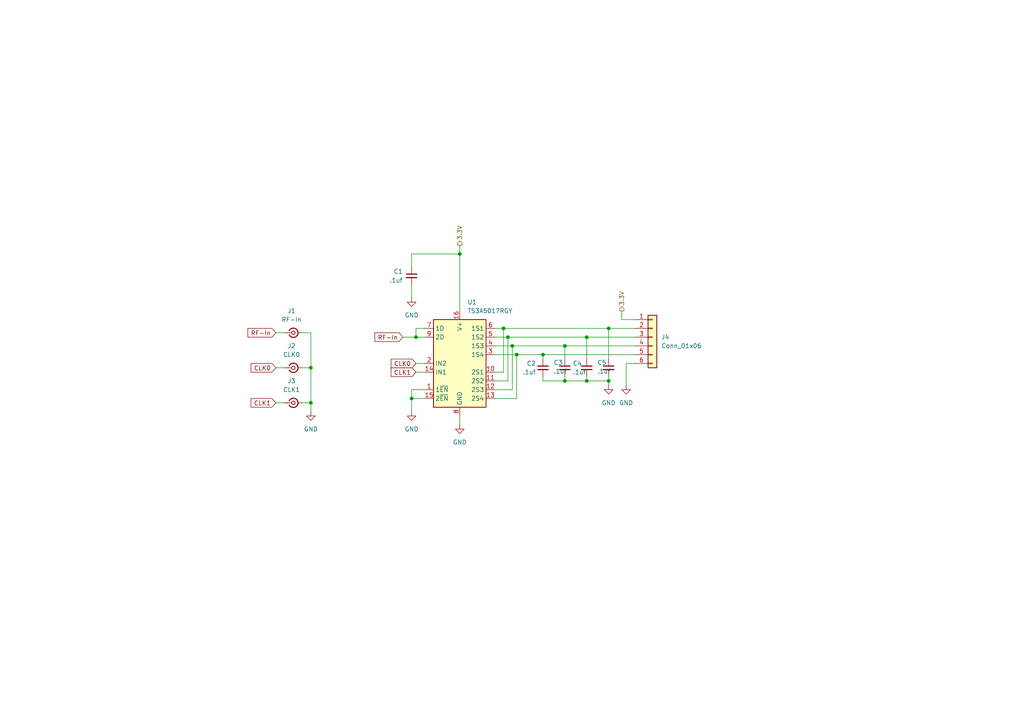
<source format=kicad_sch>
(kicad_sch (version 20231120) (generator "eeschema") (generator_version "8.0")
  (paper "A4")
  (lib_symbols
    (symbol "Analog_Switch:TS3A5017RGY"
      (property "Reference" "U" (at -6.35 13.97 0))
      (property "Value" "TS3A5017RGY" (at 7.62 -13.97 0))
      (symbol "TS3A5017RGY_0_1"
        (rectangle (start -7.62 12.7) (end 7.62 -12.7) (stroke (width 0.254)) (fill (type background)))
      )
      (symbol "TS3A5017RGY_1_1"
        (pin input line (at -10.16 -7.62 0) (length 2.54) (name "1~{EN}") (number "1"))
        (pin bidirectional line (at 10.16 -2.54 180) (length 2.54) (name "2S1") (number "10"))
        (pin bidirectional line (at 10.16 -5.08 180) (length 2.54) (name "2S2") (number "11"))
        (pin bidirectional line (at 10.16 -7.62 180) (length 2.54) (name "2S3") (number "12"))
        (pin bidirectional line (at 10.16 -10.16 180) (length 2.54) (name "2S4") (number "13"))
        (pin input line (at -10.16 -2.54 0) (length 2.54) (name "IN1") (number "14"))
        (pin input line (at -10.16 -10.16 0) (length 2.54) (name "2~{EN}") (number "15"))
        (pin power_in line (at 0 15.24 270) (length 2.54) (name "V+") (number "16"))
        (pin passive line (at 0 -15.24 90) (length 2.54) hide (name "GND") (number "17"))
        (pin input line (at -10.16 0 0) (length 2.54) (name "IN2") (number "2"))
        (pin bidirectional line (at 10.16 2.54 180) (length 2.54) (name "1S4") (number "3"))
        (pin bidirectional line (at 10.16 5.08 180) (length 2.54) (name "1S3") (number "4"))
        (pin bidirectional line (at 10.16 7.62 180) (length 2.54) (name "1S2") (number "5"))
        (pin bidirectional line (at 10.16 10.16 180) (length 2.54) (name "1S1") (number "6"))
        (pin bidirectional line (at -10.16 10.16 0) (length 2.54) (name "1D") (number "7"))
        (pin power_in line (at 0 -15.24 90) (length 2.54) (name "GND") (number "8"))
        (pin bidirectional line (at -10.16 7.62 0) (length 2.54) (name "2D") (number "9"))
      )
    )
    (symbol "Connector:Conn_Coaxial_Small" (pin_numbers hide) (pin_names (offset 1.016) hide)
      (property "Reference" "J" (at 0.254 3.048 0))
      (property "Value" "Conn_Coaxial_Small" (at 0 -3.81 0))
      (symbol "Conn_Coaxial_Small_0_1"
        (polyline (pts (xy -2.54 0) (xy -0.508 0)))
        (circle (center 0 0) (radius 0.508) (stroke (width 0.2032)))
      )
      (symbol "Conn_Coaxial_Small_1_1"
        (arc (start -1.1916 -0.6311) (mid 0.327 -1.3081) (end 1.3484 0.0039) (stroke (width 0.3048)))
        (arc (start 1.3484 -0.0039) (mid 0.327 1.3081) (end -1.1916 0.6311) (stroke (width 0.3048)))
        (pin passive line (at -2.54 0 0) (length 1.27) (name "In") (number "1"))
        (pin passive line (at 2.54 0 180) (length 1.27) (name "Ext") (number "2"))
      )
    )
    (symbol "Connector_Generic:Conn_01x06" (pin_names (offset 1.016) hide)
      (property "Reference" "J" (at 0 7.62 0))
      (property "Value" "Conn_01x06" (at 0 -10.16 0))
      (symbol "Conn_01x06_1_1"
        (rectangle (start -1.27 -7.493) (end 0 -7.747) (stroke (width 0.1524)))
        (rectangle (start -1.27 -4.953) (end 0 -5.207) (stroke (width 0.1524)))
        (rectangle (start -1.27 -2.413) (end 0 -2.667) (stroke (width 0.1524)))
        (rectangle (start -1.27 0.127) (end 0 -0.127) (stroke (width 0.1524)))
        (rectangle (start -1.27 2.667) (end 0 2.413) (stroke (width 0.1524)))
        (rectangle (start -1.27 5.207) (end 0 4.953) (stroke (width 0.1524)))
        (rectangle (start -1.27 6.35) (end 1.27 -8.89) (stroke (width 0.254)) (fill (type background)))
        (pin passive line (at -5.08 5.08 0) (length 3.81) (name "Pin_1") (number "1"))
        (pin passive line (at -5.08 2.54 0) (length 3.81) (name "Pin_2") (number "2"))
        (pin passive line (at -5.08 0 0) (length 3.81) (name "Pin_3") (number "3"))
        (pin passive line (at -5.08 -2.54 0) (length 3.81) (name "Pin_4") (number "4"))
        (pin passive line (at -5.08 -5.08 0) (length 3.81) (name "Pin_5") (number "5"))
        (pin passive line (at -5.08 -7.62 0) (length 3.81) (name "Pin_6") (number "6"))
      )
    )
    (symbol "Device:C_Small" (pin_numbers hide) (pin_names (offset 0.254) hide)
      (property "Reference" "C" (at 0.254 1.778 0))
      (property "Value" "C_Small" (at 0.254 -2.032 0))
      (symbol "C_Small_0_1"
        (polyline (pts (xy -1.524 -0.508) (xy 1.524 -0.508)) (stroke (width 0.3302)))
        (polyline (pts (xy -1.524 0.508) (xy 1.524 0.508)) (stroke (width 0.3048)))
      )
      (symbol "C_Small_1_1"
        (pin passive line (at 0 2.54 270) (length 2.032) (name "~") (number "1"))
        (pin passive line (at 0 -2.54 90) (length 2.032) (name "~") (number "2"))
      )
    )
    (symbol "power:GND" (power) (pin_numbers hide) (pin_names (offset 0) hide)
      (property "Value" "GND" (at 0 -3.81 0))
      (symbol "GND_0_1"
        (polyline (pts (xy 0 0) (xy 0 -1.27) (xy 1.27 -1.27) (xy 0 -2.54) (xy -1.27 -1.27) (xy 0 -1.27)))
      )
      (symbol "GND_1_1"
        (pin power_in line (at 0 0 270) (length 0) (name "~") (number "1"))
      )
    )
  )
  (junction (at 157.48 102.87))
  (junction (at 119.38 115.57))
  (junction (at 170.18 110.49))
  (junction (at 149.86 102.87))
  (junction (at 170.18 97.79))
  (junction (at 176.53 95.25))
  (junction (at 163.83 110.49))
  (junction (at 147.32 97.79))
  (junction (at 90.17 116.84))
  (junction (at 120.65 97.79))
  (junction (at 176.53 110.49))
  (junction (at 90.17 106.68))
  (junction (at 163.83 100.33))
  (junction (at 148.59 100.33))
  (junction (at 146.05 95.25))
  (junction (at 133.35 73.66))
  (wire (pts (xy 90.17 116.84) (xy 90.17 119.38)))
  (wire (pts (xy 157.48 109.22) (xy 157.48 110.49)))
  (wire (pts (xy 163.83 109.22) (xy 163.83 110.49)))
  (wire (pts (xy 143.51 102.87) (xy 149.86 102.87)))
  (wire (pts (xy 120.65 97.79) (xy 120.65 95.25)))
  (wire (pts (xy 120.65 107.95) (xy 123.19 107.95)))
  (wire (pts (xy 181.61 111.76) (xy 181.61 105.41)))
  (wire (pts (xy 180.34 92.71) (xy 180.34 90.17)))
  (wire (pts (xy 163.83 100.33) (xy 184.15 100.33)))
  (wire (pts (xy 133.35 90.17) (xy 133.35 73.66)))
  (wire (pts (xy 149.86 102.87) (xy 157.48 102.87)))
  (wire (pts (xy 157.48 110.49) (xy 163.83 110.49)))
  (wire (pts (xy 119.38 113.03) (xy 119.38 115.57)))
  (wire (pts (xy 119.38 115.57) (xy 119.38 119.38)))
  (wire (pts (xy 147.32 110.49) (xy 143.51 110.49)))
  (wire (pts (xy 120.65 97.79) (xy 123.19 97.79)))
  (wire (pts (xy 80.01 96.52) (xy 82.55 96.52)))
  (wire (pts (xy 149.86 115.57) (xy 143.51 115.57)))
  (wire (pts (xy 143.51 107.95) (xy 146.05 107.95)))
  (wire (pts (xy 87.63 106.68) (xy 90.17 106.68)))
  (wire (pts (xy 148.59 100.33) (xy 148.59 113.03)))
  (wire (pts (xy 176.53 110.49) (xy 176.53 111.76)))
  (wire (pts (xy 147.32 97.79) (xy 147.32 110.49)))
  (wire (pts (xy 133.35 71.12) (xy 133.35 73.66)))
  (wire (pts (xy 143.51 95.25) (xy 146.05 95.25)))
  (wire (pts (xy 170.18 104.14) (xy 170.18 97.79)))
  (wire (pts (xy 163.83 104.14) (xy 163.83 100.33)))
  (wire (pts (xy 176.53 95.25) (xy 146.05 95.25)))
  (wire (pts (xy 133.35 120.65) (xy 133.35 123.19)))
  (wire (pts (xy 90.17 106.68) (xy 90.17 96.52)))
  (wire (pts (xy 181.61 105.41) (xy 184.15 105.41)))
  (wire (pts (xy 163.83 100.33) (xy 148.59 100.33)))
  (wire (pts (xy 146.05 95.25) (xy 146.05 107.95)))
  (wire (pts (xy 123.19 113.03) (xy 119.38 113.03)))
  (wire (pts (xy 184.15 92.71) (xy 180.34 92.71)))
  (wire (pts (xy 170.18 109.22) (xy 170.18 110.49)))
  (wire (pts (xy 116.84 97.79) (xy 120.65 97.79)))
  (wire (pts (xy 133.35 73.66) (xy 119.38 73.66)))
  (wire (pts (xy 119.38 82.55) (xy 119.38 86.36)))
  (wire (pts (xy 157.48 104.14) (xy 157.48 102.87)))
  (wire (pts (xy 143.51 100.33) (xy 148.59 100.33)))
  (wire (pts (xy 87.63 116.84) (xy 90.17 116.84)))
  (wire (pts (xy 170.18 110.49) (xy 176.53 110.49)))
  (wire (pts (xy 163.83 110.49) (xy 170.18 110.49)))
  (wire (pts (xy 90.17 96.52) (xy 87.63 96.52)))
  (wire (pts (xy 157.48 102.87) (xy 184.15 102.87)))
  (wire (pts (xy 80.01 116.84) (xy 82.55 116.84)))
  (wire (pts (xy 176.53 95.25) (xy 184.15 95.25)))
  (wire (pts (xy 120.65 95.25) (xy 123.19 95.25)))
  (wire (pts (xy 176.53 104.14) (xy 176.53 95.25)))
  (wire (pts (xy 120.65 105.41) (xy 123.19 105.41)))
  (wire (pts (xy 170.18 97.79) (xy 147.32 97.79)))
  (wire (pts (xy 148.59 113.03) (xy 143.51 113.03)))
  (wire (pts (xy 170.18 97.79) (xy 184.15 97.79)))
  (wire (pts (xy 80.01 106.68) (xy 82.55 106.68)))
  (wire (pts (xy 90.17 116.84) (xy 90.17 106.68)))
  (wire (pts (xy 143.51 97.79) (xy 147.32 97.79)))
  (wire (pts (xy 119.38 115.57) (xy 123.19 115.57)))
  (wire (pts (xy 119.38 73.66) (xy 119.38 77.47)))
  (wire (pts (xy 149.86 102.87) (xy 149.86 115.57)))
  (wire (pts (xy 176.53 110.49) (xy 176.53 109.22)))
  (global_label "CLK0" (shape input) (at 120.65 105.41 180) (property "Intersheetrefs" "${INTERSHEET_REFS}" (effects (hide yes))))
  (global_label "CLK1" (shape input) (at 80.01 116.84 180) (property "Intersheetrefs" "${INTERSHEET_REFS}" (effects (hide yes))))
  (global_label "RF-In" (shape input) (at 80.01 96.52 180) (property "Intersheetrefs" "${INTERSHEET_REFS}" (effects (hide yes))))
  (global_label "RF-In" (shape input) (at 116.84 97.79 180) (property "Intersheetrefs" "${INTERSHEET_REFS}" (effects (hide yes))))
  (global_label "CLK1" (shape input) (at 120.65 107.95 180) (property "Intersheetrefs" "${INTERSHEET_REFS}" (effects (hide yes))))
  (global_label "CLK0" (shape input) (at 80.01 106.68 180) (property "Intersheetrefs" "${INTERSHEET_REFS}" (effects (hide yes))))
  (hierarchical_label "3.3V" (shape output) (at 133.35 71.12 90))
  (hierarchical_label "3.3V" (shape output) (at 180.34 90.17 90))
  (symbol (lib_id "Connector_Generic:Conn_01x06") (at 189.23 97.79 0) (unit 1)
    (property "Reference" "J4" (at 191.77 97.7899 0) (effects (justify left)))
    (property "Value" "Conn_01x06" (at 191.77 100.3299 0) (effects (justify left)))
    (property "Footprint" "Connector_PinHeader_2.54mm:PinHeader_1x06_P2.54mm_Vertical" (effects (hide yes)))
    (property "Description" "Generic connector, single row, 01x06, script generated (kicad-library-utils/schlib/autogen/connector/)" (effects (hide yes)))
  )
  (symbol (lib_id "Device:C_Small") (at 119.38 80.01 0) (mirror y) (unit 1)
    (property "Reference" "C1" (at 116.84 78.7462 0) (effects (justify left)))
    (property "Value" ".1uf" (at 116.84 81.2862 0) (effects (justify left)))
    (property "Footprint" "Capacitor_SMD:C_0603_1608Metric" (effects (hide yes)))
    (property "Description" "Unpolarized capacitor, small symbol" (effects (hide yes)))
  )
  (symbol (lib_id "Device:C_Small") (at 163.83 106.68 0) (unit 1)
    (property "Reference" "C3" (at 160.528 105.156 0) (effects (justify left)))
    (property "Value" ".1uf" (at 160.528 107.696 0) (effects (justify left)))
    (property "Footprint" "Capacitor_SMD:C_1206_3216Metric" (effects (hide yes)))
    (property "Description" "Unpolarized capacitor, small symbol" (effects (hide yes)))
  )
  (symbol (lib_id "Connector:Conn_Coaxial_Small") (at 85.09 96.52 0) (unit 1)
    (property "Reference" "J1" (at 84.5704 90.17 0))
    (property "Value" "RF-In" (at 84.5704 92.71 0))
    (property "Footprint" "Connector_Coaxial:SMA_Amphenol_901-143_Horizontal" (effects (hide yes)))
    (property "Datasheet" " ~" (effects (hide yes)))
    (property "Description" "small coaxial connector (BNC, SMA, SMB, SMC, Cinch/RCA, LEMO, ...)" (effects (hide yes)))
  )
  (symbol (lib_id "power:GND") (at 181.61 111.76 0) (unit 1)
    (property "Reference" "#PWR06" (effects (hide yes)))
    (property "Value" "GND" (at 181.61 116.84 0))
    (property "Description" "Power symbol creates a global label with name \"GND\" , ground" (effects (hide yes)))
  )
  (symbol (lib_id "Device:C_Small") (at 176.53 106.68 0) (unit 1)
    (property "Reference" "C5" (at 173.228 105.156 0) (effects (justify left)))
    (property "Value" ".1uf" (at 173.228 107.696 0) (effects (justify left)))
    (property "Footprint" "Capacitor_SMD:C_1206_3216Metric" (effects (hide yes)))
    (property "Description" "Unpolarized capacitor, small symbol" (effects (hide yes)))
  )
  (symbol (lib_id "power:GND") (at 119.38 119.38 0) (unit 1)
    (property "Reference" "#PWR01" (effects (hide yes)))
    (property "Value" "GND" (at 119.38 124.46 0))
    (property "Description" "Power symbol creates a global label with name \"GND\" , ground" (effects (hide yes)))
  )
  (symbol (lib_id "power:GND") (at 90.17 119.38 0) (unit 1)
    (property "Reference" "#PWR04" (effects (hide yes)))
    (property "Value" "GND" (at 90.17 124.46 0))
    (property "Description" "Power symbol creates a global label with name \"GND\" , ground" (effects (hide yes)))
  )
  (symbol (lib_id "power:GND") (at 176.53 111.76 0) (unit 1)
    (property "Reference" "#PWR05" (effects (hide yes)))
    (property "Value" "GND" (at 176.53 116.84 0))
    (property "Description" "Power symbol creates a global label with name \"GND\" , ground" (effects (hide yes)))
  )
  (symbol (lib_id "power:GND") (at 119.38 86.36 0) (unit 1)
    (property "Reference" "#PWR03" (effects (hide yes)))
    (property "Value" "GND" (at 119.38 91.44 0))
    (property "Description" "Power symbol creates a global label with name \"GND\" , ground" (effects (hide yes)))
  )
  (symbol (lib_id "Analog_Switch:TS3A5017RGY") (at 133.35 105.41 0) (unit 1)
    (property "Reference" "U1" (at 135.5441 87.63 0) (effects (justify left)))
    (property "Value" "TS3A5017RGY" (at 135.5441 90.17 0) (effects (justify left)))
    (property "Footprint" "Package_DFN_QFN:Texas_RGY_R-PVQFN-N16_EP2.05x2.55mm" (effects (hide yes)))
    (property "Datasheet" "https://www.ti.com/lit/ds/symlink/ts3a5017.pdf" (effects (hide yes)))
    (property "Description" "Dual SP4T Analog Switch Mux Demux, VQFN" (effects (hide yes)))
  )
  (symbol (lib_id "Connector:Conn_Coaxial_Small") (at 85.09 106.68 0) (unit 1)
    (property "Reference" "J2" (at 84.5704 100.33 0))
    (property "Value" "CLK0" (at 84.5704 102.87 0))
    (property "Footprint" "Connector_Coaxial:SMA_Amphenol_901-143_Horizontal" (effects (hide yes)))
    (property "Datasheet" " ~" (effects (hide yes)))
    (property "Description" "small coaxial connector (BNC, SMA, SMB, SMC, Cinch/RCA, LEMO, ...)" (effects (hide yes)))
  )
  (symbol (lib_id "Device:C_Small") (at 157.48 106.68 0) (unit 1)
    (property "Reference" "C2" (at 155.448 105.41 0) (effects (justify right)))
    (property "Value" ".1uf" (at 155.448 107.95 0) (effects (justify right)))
    (property "Footprint" "Capacitor_SMD:C_1206_3216Metric" (effects (hide yes)))
    (property "Description" "Unpolarized capacitor, small symbol" (effects (hide yes)))
  )
  (symbol (lib_id "power:GND") (at 133.35 123.19 0) (unit 1)
    (property "Reference" "#PWR02" (effects (hide yes)))
    (property "Value" "GND" (at 133.35 128.27 0))
    (property "Description" "Power symbol creates a global label with name \"GND\" , ground" (effects (hide yes)))
  )
  (symbol (lib_id "Device:C_Small") (at 170.18 106.68 0) (unit 1)
    (property "Reference" "C4" (at 166.116 105.41 0) (effects (justify left)))
    (property "Value" ".1uf" (at 166.116 107.95 0) (effects (justify left)))
    (property "Footprint" "Capacitor_SMD:C_1206_3216Metric" (effects (hide yes)))
    (property "Description" "Unpolarized capacitor, small symbol" (effects (hide yes)))
  )
  (symbol (lib_id "Connector:Conn_Coaxial_Small") (at 85.09 116.84 0) (unit 1)
    (property "Reference" "J3" (at 84.5704 110.49 0))
    (property "Value" "CLK1" (at 84.5704 113.03 0))
    (property "Footprint" "Connector_Coaxial:SMA_Amphenol_901-143_Horizontal" (effects (hide yes)))
    (property "Datasheet" " ~" (effects (hide yes)))
    (property "Description" "small coaxial connector (BNC, SMA, SMB, SMC, Cinch/RCA, LEMO, ...)" (effects (hide yes)))
  )
)
</source>
